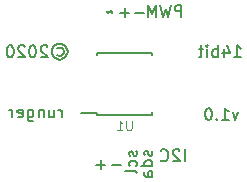
<source format=gbr>
G04 #@! TF.GenerationSoftware,KiCad,Pcbnew,(5.1.5-0-10_14)*
G04 #@! TF.CreationDate,2020-09-21T02:14:23+02:00*
G04 #@! TF.ProjectId,Encoder,456e636f-6465-4722-9e6b-696361645f70,rev?*
G04 #@! TF.SameCoordinates,Original*
G04 #@! TF.FileFunction,Legend,Bot*
G04 #@! TF.FilePolarity,Positive*
%FSLAX46Y46*%
G04 Gerber Fmt 4.6, Leading zero omitted, Abs format (unit mm)*
G04 Created by KiCad (PCBNEW (5.1.5-0-10_14)) date 2020-09-21 02:14:23*
%MOMM*%
%LPD*%
G04 APERTURE LIST*
%ADD10C,0.150000*%
%ADD11C,0.125000*%
G04 APERTURE END LIST*
D10*
X119492761Y-98992952D02*
X119540380Y-99088190D01*
X119540380Y-99278666D01*
X119492761Y-99373904D01*
X119397523Y-99421523D01*
X119349904Y-99421523D01*
X119254666Y-99373904D01*
X119207047Y-99278666D01*
X119207047Y-99135809D01*
X119159428Y-99040571D01*
X119064190Y-98992952D01*
X119016571Y-98992952D01*
X118921333Y-99040571D01*
X118873714Y-99135809D01*
X118873714Y-99278666D01*
X118921333Y-99373904D01*
X119540380Y-100278666D02*
X118540380Y-100278666D01*
X119492761Y-100278666D02*
X119540380Y-100183428D01*
X119540380Y-99992952D01*
X119492761Y-99897714D01*
X119445142Y-99850095D01*
X119349904Y-99802476D01*
X119064190Y-99802476D01*
X118968952Y-99850095D01*
X118921333Y-99897714D01*
X118873714Y-99992952D01*
X118873714Y-100183428D01*
X118921333Y-100278666D01*
X119540380Y-101183428D02*
X119016571Y-101183428D01*
X118921333Y-101135809D01*
X118873714Y-101040571D01*
X118873714Y-100850095D01*
X118921333Y-100754857D01*
X119492761Y-101183428D02*
X119540380Y-101088190D01*
X119540380Y-100850095D01*
X119492761Y-100754857D01*
X119397523Y-100707238D01*
X119302285Y-100707238D01*
X119207047Y-100754857D01*
X119159428Y-100850095D01*
X119159428Y-101088190D01*
X119111809Y-101183428D01*
X118192761Y-99007238D02*
X118240380Y-99102476D01*
X118240380Y-99292952D01*
X118192761Y-99388190D01*
X118097523Y-99435809D01*
X118049904Y-99435809D01*
X117954666Y-99388190D01*
X117907047Y-99292952D01*
X117907047Y-99150095D01*
X117859428Y-99054857D01*
X117764190Y-99007238D01*
X117716571Y-99007238D01*
X117621333Y-99054857D01*
X117573714Y-99150095D01*
X117573714Y-99292952D01*
X117621333Y-99388190D01*
X118192761Y-100292952D02*
X118240380Y-100197714D01*
X118240380Y-100007238D01*
X118192761Y-99912000D01*
X118145142Y-99864380D01*
X118049904Y-99816761D01*
X117764190Y-99816761D01*
X117668952Y-99864380D01*
X117621333Y-99912000D01*
X117573714Y-100007238D01*
X117573714Y-100197714D01*
X117621333Y-100292952D01*
X118240380Y-100864380D02*
X118192761Y-100769142D01*
X118097523Y-100721523D01*
X117240380Y-100721523D01*
X116868952Y-100183428D02*
X116107047Y-100183428D01*
X115568952Y-100183428D02*
X114807047Y-100183428D01*
X115188000Y-100564380D02*
X115188000Y-99802476D01*
X118868952Y-87283428D02*
X118107047Y-87283428D01*
X116149904Y-87283428D02*
X116102285Y-87235809D01*
X116007047Y-87188190D01*
X115816571Y-87283428D01*
X115721333Y-87235809D01*
X115673714Y-87188190D01*
X117568952Y-87283428D02*
X116807047Y-87283428D01*
X117188000Y-87664380D02*
X117188000Y-86902476D01*
X111502285Y-90302476D02*
X111597523Y-90254857D01*
X111788000Y-90254857D01*
X111883238Y-90302476D01*
X111978476Y-90397714D01*
X112026095Y-90492952D01*
X112026095Y-90683428D01*
X111978476Y-90778666D01*
X111883238Y-90873904D01*
X111788000Y-90921523D01*
X111597523Y-90921523D01*
X111502285Y-90873904D01*
X111692761Y-89921523D02*
X111930857Y-89969142D01*
X112168952Y-90112000D01*
X112311809Y-90350095D01*
X112359428Y-90588190D01*
X112311809Y-90826285D01*
X112168952Y-91064380D01*
X111930857Y-91207238D01*
X111692761Y-91254857D01*
X111454666Y-91207238D01*
X111216571Y-91064380D01*
X111073714Y-90826285D01*
X111026095Y-90588190D01*
X111073714Y-90350095D01*
X111216571Y-90112000D01*
X111454666Y-89969142D01*
X111692761Y-89921523D01*
X110645142Y-90159619D02*
X110597523Y-90112000D01*
X110502285Y-90064380D01*
X110264190Y-90064380D01*
X110168952Y-90112000D01*
X110121333Y-90159619D01*
X110073714Y-90254857D01*
X110073714Y-90350095D01*
X110121333Y-90492952D01*
X110692761Y-91064380D01*
X110073714Y-91064380D01*
X109454666Y-90064380D02*
X109359428Y-90064380D01*
X109264190Y-90112000D01*
X109216571Y-90159619D01*
X109168952Y-90254857D01*
X109121333Y-90445333D01*
X109121333Y-90683428D01*
X109168952Y-90873904D01*
X109216571Y-90969142D01*
X109264190Y-91016761D01*
X109359428Y-91064380D01*
X109454666Y-91064380D01*
X109549904Y-91016761D01*
X109597523Y-90969142D01*
X109645142Y-90873904D01*
X109692761Y-90683428D01*
X109692761Y-90445333D01*
X109645142Y-90254857D01*
X109597523Y-90159619D01*
X109549904Y-90112000D01*
X109454666Y-90064380D01*
X108740380Y-90159619D02*
X108692761Y-90112000D01*
X108597523Y-90064380D01*
X108359428Y-90064380D01*
X108264190Y-90112000D01*
X108216571Y-90159619D01*
X108168952Y-90254857D01*
X108168952Y-90350095D01*
X108216571Y-90492952D01*
X108788000Y-91064380D01*
X108168952Y-91064380D01*
X107549904Y-90064380D02*
X107454666Y-90064380D01*
X107359428Y-90112000D01*
X107311809Y-90159619D01*
X107264190Y-90254857D01*
X107216571Y-90445333D01*
X107216571Y-90683428D01*
X107264190Y-90873904D01*
X107311809Y-90969142D01*
X107359428Y-91016761D01*
X107454666Y-91064380D01*
X107549904Y-91064380D01*
X107645142Y-91016761D01*
X107692761Y-90969142D01*
X107740380Y-90873904D01*
X107788000Y-90683428D01*
X107788000Y-90445333D01*
X107740380Y-90254857D01*
X107692761Y-90159619D01*
X107645142Y-90112000D01*
X107549904Y-90064380D01*
X111854666Y-96164380D02*
X111854666Y-95497714D01*
X111854666Y-95688190D02*
X111807047Y-95592952D01*
X111759428Y-95545333D01*
X111664190Y-95497714D01*
X111568952Y-95497714D01*
X110807047Y-95497714D02*
X110807047Y-96164380D01*
X111235619Y-95497714D02*
X111235619Y-96021523D01*
X111188000Y-96116761D01*
X111092761Y-96164380D01*
X110949904Y-96164380D01*
X110854666Y-96116761D01*
X110807047Y-96069142D01*
X110330857Y-95497714D02*
X110330857Y-96164380D01*
X110330857Y-95592952D02*
X110283238Y-95545333D01*
X110188000Y-95497714D01*
X110045142Y-95497714D01*
X109949904Y-95545333D01*
X109902285Y-95640571D01*
X109902285Y-96164380D01*
X108997523Y-95497714D02*
X108997523Y-96307238D01*
X109045142Y-96402476D01*
X109092761Y-96450095D01*
X109188000Y-96497714D01*
X109330857Y-96497714D01*
X109426095Y-96450095D01*
X108997523Y-96116761D02*
X109092761Y-96164380D01*
X109283238Y-96164380D01*
X109378476Y-96116761D01*
X109426095Y-96069142D01*
X109473714Y-95973904D01*
X109473714Y-95688190D01*
X109426095Y-95592952D01*
X109378476Y-95545333D01*
X109283238Y-95497714D01*
X109092761Y-95497714D01*
X108997523Y-95545333D01*
X108140380Y-96116761D02*
X108235619Y-96164380D01*
X108426095Y-96164380D01*
X108521333Y-96116761D01*
X108568952Y-96021523D01*
X108568952Y-95640571D01*
X108521333Y-95545333D01*
X108426095Y-95497714D01*
X108235619Y-95497714D01*
X108140380Y-95545333D01*
X108092761Y-95640571D01*
X108092761Y-95735809D01*
X108568952Y-95831047D01*
X107664190Y-96164380D02*
X107664190Y-95497714D01*
X107664190Y-95688190D02*
X107616571Y-95592952D01*
X107568952Y-95545333D01*
X107473714Y-95497714D01*
X107378476Y-95497714D01*
X121992761Y-87664380D02*
X121992761Y-86664380D01*
X121611809Y-86664380D01*
X121516571Y-86712000D01*
X121468952Y-86759619D01*
X121421333Y-86854857D01*
X121421333Y-86997714D01*
X121468952Y-87092952D01*
X121516571Y-87140571D01*
X121611809Y-87188190D01*
X121992761Y-87188190D01*
X121088000Y-86664380D02*
X120849904Y-87664380D01*
X120659428Y-86950095D01*
X120468952Y-87664380D01*
X120230857Y-86664380D01*
X119849904Y-87664380D02*
X119849904Y-86664380D01*
X119516571Y-87378666D01*
X119183238Y-86664380D01*
X119183238Y-87664380D01*
X122264190Y-99864380D02*
X122264190Y-98864380D01*
X121835619Y-98959619D02*
X121788000Y-98912000D01*
X121692761Y-98864380D01*
X121454666Y-98864380D01*
X121359428Y-98912000D01*
X121311809Y-98959619D01*
X121264190Y-99054857D01*
X121264190Y-99150095D01*
X121311809Y-99292952D01*
X121883238Y-99864380D01*
X121264190Y-99864380D01*
X120264190Y-99769142D02*
X120311809Y-99816761D01*
X120454666Y-99864380D01*
X120549904Y-99864380D01*
X120692761Y-99816761D01*
X120788000Y-99721523D01*
X120835619Y-99626285D01*
X120883238Y-99435809D01*
X120883238Y-99292952D01*
X120835619Y-99102476D01*
X120788000Y-99007238D01*
X120692761Y-98912000D01*
X120549904Y-98864380D01*
X120454666Y-98864380D01*
X120311809Y-98912000D01*
X120264190Y-98959619D01*
X126454666Y-91064380D02*
X127026095Y-91064380D01*
X126740380Y-91064380D02*
X126740380Y-90064380D01*
X126835619Y-90207238D01*
X126930857Y-90302476D01*
X127026095Y-90350095D01*
X125597523Y-90397714D02*
X125597523Y-91064380D01*
X125835619Y-90016761D02*
X126073714Y-90731047D01*
X125454666Y-90731047D01*
X125073714Y-91064380D02*
X125073714Y-90064380D01*
X125073714Y-90445333D02*
X124978476Y-90397714D01*
X124788000Y-90397714D01*
X124692761Y-90445333D01*
X124645142Y-90492952D01*
X124597523Y-90588190D01*
X124597523Y-90873904D01*
X124645142Y-90969142D01*
X124692761Y-91016761D01*
X124788000Y-91064380D01*
X124978476Y-91064380D01*
X125073714Y-91016761D01*
X124168952Y-91064380D02*
X124168952Y-90397714D01*
X124168952Y-90064380D02*
X124216571Y-90112000D01*
X124168952Y-90159619D01*
X124121333Y-90112000D01*
X124168952Y-90064380D01*
X124168952Y-90159619D01*
X123835619Y-90397714D02*
X123454666Y-90397714D01*
X123692761Y-90064380D02*
X123692761Y-90921523D01*
X123645142Y-91016761D01*
X123549904Y-91064380D01*
X123454666Y-91064380D01*
X126816571Y-95697714D02*
X126578476Y-96364380D01*
X126340380Y-95697714D01*
X125435619Y-96364380D02*
X126007047Y-96364380D01*
X125721333Y-96364380D02*
X125721333Y-95364380D01*
X125816571Y-95507238D01*
X125911809Y-95602476D01*
X126007047Y-95650095D01*
X125007047Y-96269142D02*
X124959428Y-96316761D01*
X125007047Y-96364380D01*
X125054666Y-96316761D01*
X125007047Y-96269142D01*
X125007047Y-96364380D01*
X124340380Y-95364380D02*
X124245142Y-95364380D01*
X124149904Y-95412000D01*
X124102285Y-95459619D01*
X124054666Y-95554857D01*
X124007047Y-95745333D01*
X124007047Y-95983428D01*
X124054666Y-96173904D01*
X124102285Y-96269142D01*
X124149904Y-96316761D01*
X124245142Y-96364380D01*
X124340380Y-96364380D01*
X124435619Y-96316761D01*
X124483238Y-96269142D01*
X124530857Y-96173904D01*
X124578476Y-95983428D01*
X124578476Y-95745333D01*
X124530857Y-95554857D01*
X124483238Y-95459619D01*
X124435619Y-95412000D01*
X124340380Y-95364380D01*
X114863000Y-95812000D02*
X113513000Y-95812000D01*
X114863000Y-90687000D02*
X119513000Y-90687000D01*
X114863000Y-95937000D02*
X119513000Y-95937000D01*
X114863000Y-90687000D02*
X114863000Y-90912000D01*
X119513000Y-90687000D02*
X119513000Y-90912000D01*
X119513000Y-95937000D02*
X119513000Y-95712000D01*
X114863000Y-95937000D02*
X114863000Y-95812000D01*
D11*
X117797523Y-96423904D02*
X117797523Y-97071523D01*
X117759428Y-97147714D01*
X117721333Y-97185809D01*
X117645142Y-97223904D01*
X117492761Y-97223904D01*
X117416571Y-97185809D01*
X117378476Y-97147714D01*
X117340380Y-97071523D01*
X117340380Y-96423904D01*
X116540380Y-97223904D02*
X116997523Y-97223904D01*
X116768952Y-97223904D02*
X116768952Y-96423904D01*
X116845142Y-96538190D01*
X116921333Y-96614380D01*
X116997523Y-96652476D01*
M02*

</source>
